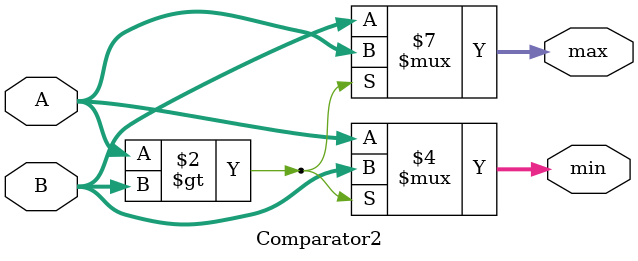
<source format=v>
module Comparator2 (
    input   [3:0]   A  ,  
    input   [3:0]   B  ,  
    output reg  [3:0]   min,  
    output reg  [3:0]   max  
);

///////////////////////////////
//	Write Your Design Here ~ //
///////////////////////////////

always @(*) begin
    if (A > B) begin
        max = A;
        min = B;
    end
    else begin
        max = B;
        min = A;
    end
end

endmodule

</source>
